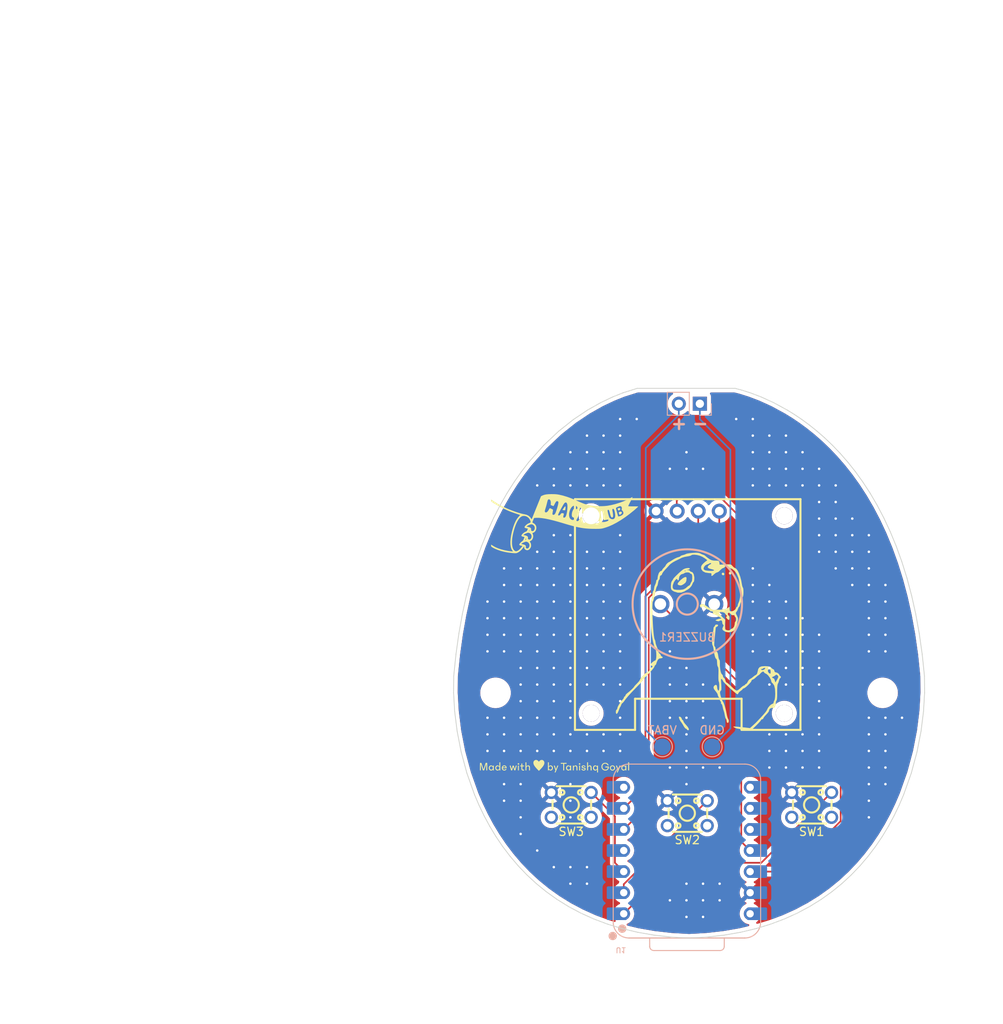
<source format=kicad_pcb>
(kicad_pcb (version 20241229) (generator "pcbnew") (generator_version "9.0")
  (layers (0 "F.Cu" signal) (2 "B.Cu" signal) (13 "F.Paste" user) (15 "B.Paste" user) (5 "F.SilkS" user "F.Silkscreen") (7 "B.SilkS" user "B.Silkscreen") (1 "F.Mask" user) (3 "B.Mask" user) (25 "Edge.Cuts" user))
  (net 0 "")
  (net 1 "GND")
  (net 2 "Net-(BUZZER1-+)")
  (net 4 "Net-(U1-GPIO23{slash}D5{slash}SCL)")
  (net 7 "Net-(U1-GPIO22{slash}D4{slash}SDA)")
  (net 8 "Net-(U1-GPIO0{slash}A0{slash}D0)")
  (net 10 "+3V3")
  (net 11 "Net-(U1-GPIO2{slash}A2{slash}D2)")
  (net 12 "Net-(U1-GPIO1{slash}A1{slash}D1)")
  (net 14 "+5V")
  (net 15 "Net-(BT1--)")
  (net 16 "Net-(BT1-+)")
  (footprint "MountingHole:MountingHole_3.2mm_M3" (layer "F.Cu") (at 106.462124 83.19785)
    (property "Reference" "REF**" (hide yes))
    (property "Value" "MountingHole_3.2mm_M3")
    (pad "" np_thru_hole circle (at 0 0) (size 3.2 3.2) (drill 3.2) (layers "*.Cu" "*.Mask"))
  )
  (footprint "LOGO" (layer "F.Cu") (at 84.9 74.7)
    (property "Reference" "G***" (hide yes))
    (property "Value" "LOGO" (hide yes))
  )
  (footprint "MountingHole:MountingHole_3.2mm_M3" (layer "F.Cu") (at 59.771273 83.19785)
    (property "Reference" "REF**" (hide yes))
    (property "Value" "MountingHole_3.2mm_M3")
    (pad "" np_thru_hole circle (at 0 0) (size 3.2 3.2) (drill 3.2) (layers "*.Cu" "*.Mask"))
  )
  (footprint "EASYEDA2KICAD:SW-TH_4P-L4.5-W4.5-P3.00-LS4.8" (layer "F.Cu") (at 97.9 96.7)
    (property "Reference" "SW1" (at 0 3.23 0) (layer "F.SilkS"))
    (property "Value" "SW_Push")
    (pad "1" thru_hole circle (at -2.4 -1.5) (size 1.6 1.6) (drill 0.999998) (layers "*.Cu" "*.Mask") (net 1 "GND"))
    (pad "2" thru_hole circle (at 2.4 -1.5) (size 1.6 1.6) (drill 0.999998) (layers "*.Cu" "*.Mask") (net 8 "Net-(U1-GPIO0{slash}A0{slash}D0)"))
    (pad "3" thru_hole circle (at -2.4 1.5) (size 1.6 1.6) (drill 0.999998) (layers "*.Cu" "*.Mask"))
    (pad "4" thru_hole circle (at 2.4 1.5) (size 1.6 1.6) (drill 0.999998) (layers "*.Cu" "*.Mask"))
  )
  (footprint "EASYEDA2KICAD:SW-TH_4P-L4.5-W4.5-P3.00-LS4.8" (layer "F.Cu") (at 82.9 97.7)
    (property "Reference" "SW2" (at 0 3.22 0) (layer "F.SilkS"))
    (property "Value" "SW_Push")
    (pad "1" thru_hole circle (at -2.4 -1.5) (size 1.6 1.6) (drill 0.999998) (layers "*.Cu" "*.Mask") (net 1 "GND"))
    (pad "2" thru_hole circle (at 2.4 -1.5) (size 1.6 1.6) (drill 0.999998) (layers "*.Cu" "*.Mask") (net 12 "Net-(U1-GPIO1{slash}A1{slash}D1)"))
    (pad "3" thru_hole circle (at -2.4 1.5) (size 1.6 1.6) (drill 0.999998) (layers "*.Cu" "*.Mask"))
    (pad "4" thru_hole circle (at 2.4 1.5) (size 1.6 1.6) (drill 0.999998) (layers "*.Cu" "*.Mask"))
  )
  (footprint "LOGO" (layer "F.Cu") (at 66.9 91.9)
    (property "Reference" "G***" (hide yes))
    (property "Value" "LOGO" (hide yes))
  )
  (footprint "EASYEDA2KICAD:SW-TH_4P-L4.5-W4.5-P3.00-LS4.8" (layer "F.Cu") (at 68.9 96.7)
    (property "Reference" "SW3" (at 0 3.23 0) (layer "F.SilkS"))
    (property "Value" "SW_Push")
    (pad "1" thru_hole circle (at -2.4 -1.5) (size 1.6 1.6) (drill 0.999998) (layers "*.Cu" "*.Mask") (net 1 "GND"))
    (pad "2" thru_hole circle (at 2.4 -1.5) (size 1.6 1.6) (drill 0.999998) (layers "*.Cu" "*.Mask") (net 11 "Net-(U1-GPIO2{slash}A2{slash}D2)"))
    (pad "3" thru_hole circle (at -2.4 1.5) (size 1.6 1.6) (drill 0.999998) (layers "*.Cu" "*.Mask"))
    (pad "4" thru_hole circle (at 2.4 1.5) (size 1.6 1.6) (drill 0.999998) (layers "*.Cu" "*.Mask"))
  )
  (footprint "EASYEDA2KICAD:OLED-TH_L27.8-W27.2-P2.54_C9900033791" (layer "F.Cu") (at 82.95 61.3)
    (property "Reference" "U2" (hide yes))
    (property "Value" "HS96L03W2C03")
    (pad "" thru_hole circle (at -11.65 0.56) (size 2.03 2.03) (drill 2.03) (layers "*.Cu" "*.Mask"))
    (pad "" thru_hole circle (at -11.65 24.36) (size 2.03 2.03) (drill 2.03) (layers "*.Cu" "*.Mask"))
    (pad "" thru_hole circle (at 11.65 0.56) (size 2.03 2.03) (drill 2.03) (layers "*.Cu" "*.Mask"))
    (pad "" thru_hole circle (at 11.65 24.36) (size 2.03 2.03) (drill 2.03) (layers "*.Cu" "*.Mask"))
    (pad "1" thru_hole circle (at -3.81 0) (size 1.8 1.8) (drill 1.049985) (layers "*.Cu" "*.Mask") (net 1 "GND"))
    (pad "2" thru_hole circle (at -1.27 0) (size 1.8 1.8) (drill 1.049985) (layers "*.Cu" "*.Mask") (net 10 "+3V3"))
    (pad "3" thru_hole circle (at 1.27 0) (size 1.8 1.8) (drill 1.049985) (layers "*.Cu" "*.Mask") (net 4 "Net-(U1-GPIO23{slash}D5{slash}SCL)"))
    (pad "4" thru_hole circle (at 3.81 0) (size 1.8 1.8) (drill 1.049985) (layers "*.Cu" "*.Mask") (net 7 "Net-(U1-GPIO22{slash}D4{slash}SDA)"))
  )
  (footprint "LOGO" (layer "F.Cu") (at 68.125875 62.772324)
    (property "Reference" "G***" (hide yes))
    (property "Value" "LOGO" (hide yes))
  )
  (footprint "Connector_PinHeader_2.54mm:PinHeader_1x02_P2.54mm_Vertical" (layer "B.Cu") (at 84.415 48.36 90)
    (property "Reference" "BT1" (hide yes))
    (property "Value" "Battery_Cell")
    (pad "1" thru_hole rect (at 0 0 90) (size 1.7 1.7) (drill 1) (layers "*.Cu" "*.Mask") (net 16 "Net-(BT1-+)"))
    (pad "2" thru_hole circle (at 0 -2.54 90) (size 1.7 1.7) (drill 1) (layers "*.Cu" "*.Mask") (net 15 "Net-(BT1--)"))
  )
  (footprint "EASYEDA2KICAD:BUZ-TH_BD12.5-P6.50-D1.4" (layer "B.Cu") (at 82.9 72.5)
    (property "Reference" "BUZZER1" (at 0 4 0) (layer "B.SilkS") (effects (justify mirror)))
    (property "Value" "1207-P6.5MM")
    (pad "1" thru_hole circle (at -3.25 0) (size 2.2 2.2) (drill 1.399997) (layers "*.Cu" "*.Mask") (net 2 "Net-(BUZZER1-+)"))
    (pad "2" thru_hole circle (at 3.25 0) (size 2.2 2.2) (drill 1.399997) (layers "*.Cu" "*.Mask") (net 1 "GND"))
  )
  (footprint "TestPoint:TestPoint_Pad_D2.0mm" (layer "B.Cu") (at 79.9 89.7 180)
    (property "Reference" "VBAT" (at 0 1.998 0) (layer "B.SilkS") (effects (justify mirror)))
    (property "Value" "GND-SMD")
    (pad "1" smd circle (at 0 0 180) (size 2 2) (layers "B.Cu" "B.Mask") (net 15 "Net-(BT1--)"))
  )
  (footprint "TestPoint:TestPoint_Pad_D2.0mm" (layer "B.Cu") (at 85.9 89.7 180)
    (property "Reference" "GND" (at 0 1.998 0) (layer "B.SilkS") (effects (justify mirror)))
    (property "Value" "VBAT-SMD")
    (pad "1" smd circle (at 0 0 180) (size 2 2) (layers "B.Cu" "B.Mask") (net 16 "Net-(BT1-+)"))
  )
  (footprint "OPL:XIAO-ESP32C6-DIP" (layer "B.Cu") (at 82.9 102.2)
    (property "Reference" "U1" (at -8 12 180) (layer "B.SilkS") (effects (font (size 0.635 0.635) (thickness 0.1016)) (justify mirror)))
    (property "Value" "XIAO-ESP32-C6")
    (pad "1" smd roundrect (at -8.5 7.62 180) (size 2.432 1.524) (layers "B.Cu" "B.Mask") (roundrect_rratio 0.1) (net 8 "Net-(U1-GPIO0{slash}A0{slash}D0)"))
    (pad "1" thru_hole circle (at -7.665 7.62 180) (size 1.524 1.524) (drill 0.889) (layers "*.Cu" "*.Mask") (net 8 "Net-(U1-GPIO0{slash}A0{slash}D0)"))
    (pad "2" smd roundrect (at -8.5 5.08 180) (size 2.432 1.524) (layers "B.Cu" "B.Mask") (roundrect_rratio 0.1) (net 12 "Net-(U1-GPIO1{slash}A1{slash}D1)"))
    (pad "2" thru_hole circle (at -7.665 5.08 180) (size 1.524 1.524) (drill 0.889) (layers "*.Cu" "*.Mask") (net 12 "Net-(U1-GPIO1{slash}A1{slash}D1)"))
    (pad "3" smd roundrect (at -8.5 2.54 180) (size 2.432 1.524) (layers "B.Cu" "B.Mask") (roundrect_rratio 0.1) (net 11 "Net-(U1-GPIO2{slash}A2{slash}D2)"))
    (pad "3" thru_hole circle (at -7.665 2.54 180) (size 1.524 1.524) (drill 0.889) (layers "*.Cu" "*.Mask") (net 11 "Net-(U1-GPIO2{slash}A2{slash}D2)"))
    (pad "4" smd roundrect (at -8.5 0 180) (size 2.432 1.524) (layers "B.Cu" "B.Mask") (roundrect_rratio 0.1))
    (pad "4" thru_hole circle (at -7.665 0 180) (size 1.524 1.524) (drill 0.889) (layers "*.Cu" "*.Mask"))
    (pad "5" smd roundrect (at -8.5 -2.54 180) (size 2.432 1.524) (layers "B.Cu" "B.Mask") (roundrect_rratio 0.1) (net 7 "Net-(U1-GPIO22{slash}D4{slash}SDA)"))
    (pad "5" thru_hole circle (at -7.665 -2.54 180) (size 1.524 1.524) (drill 0.889) (layers "*.Cu" "*.Mask") (net 7 "Net-(U1-GPIO22{slash}D4{slash}SDA)"))
    (pad "6" smd roundrect (at -8.5 -5.08 180) (size 2.432 1.524) (layers "B.Cu" "B.Mask") (roundrect_rratio 0.1) (net 4 "Net-(U1-GPIO23{slash}D5{slash}SCL)"))
    (pad "6" thru_hole circle (at -7.665 -5.08 180) (size 1.524 1.524) (drill 0.889) (layers "*.Cu" "*.Mask") (net 4 "Net-(U1-GPIO23{slash}D5{slash}SCL)"))
    (pad "7" smd roundrect (at -8.5 -7.62 180) (size 2.432 1.524) (layers "B.Cu" "B.Mask") (roundrect_rratio 0.1))
    (pad "7" thru_hole circle (at -7.665 -7.62 180) (size 1.524 1.524) (drill 0.889) (layers "*.Cu" "*.Mask"))
    (pad "8" thru_hole circle (at 7.575 -7.62) (size 1.524 1.524) (drill 0.889) (layers "*.Cu" "*.Mask"))
    (pad "8" smd roundrect (at 8.41 -7.62) (size 2.432 1.524) (layers "B.Cu" "B.Mask") (roundrect_rratio 0.1))
    (pad "9" thru_hole circle (at 7.575 -5.08) (size 1.524 1.524) (drill 0.889) (layers "*.Cu" "*.Mask"))
    (pad "9" smd roundrect (at 8.41 -5.08) (size 2.432 1.524) (layers "B.Cu" "B.Mask") (roundrect_rratio 0.1))
    (pad "10" thru_hole circle (at 7.575 -2.54) (size 1.524 1.524) (drill 0.889) (layers "*.Cu" "*.Mask"))
    (pad "10" smd roundrect (at 8.41 -2.54) (size 2.432 1.524) (layers "B.Cu" "B.Mask") (roundrect_rratio 0.1))
    (pad "11" thru_hole circle (at 7.575 0) (size 1.524 1.524) (drill 0.889) (layers "*.Cu" "*.Mask") (net 2 "Net-(BUZZER1-+)"))
    (pad "11" smd roundrect (at 8.41 0) (size 2.432 1.524) (layers "B.Cu" "B.Mask") (roundrect_rratio 0.1) (net 2 "Net-(BUZZER1-+)"))
    (pad "12" thru_hole circle (at 7.575 2.54) (size 1.524 1.524) (drill 0.889) (layers "*.Cu" "*.Mask") (net 10 "+3V3"))
    (pad "12" smd roundrect (at 8.41 2.54) (size 2.432 1.524) (layers "B.Cu" "B.Mask") (roundrect_rratio 0.1) (net 10 "+3V3"))
    (pad "13" thru_hole circle (at 7.575 5.08) (size 1.524 1.524) (drill 0.889) (layers "*.Cu" "*.Mask") (net 1 "GND"))
    (pad "13" smd roundrect (at 8.41 5.08) (size 2.432 1.524) (layers "B.Cu" "B.Mask") (roundrect_rratio 0.1) (net 1 "GND"))
    (pad "14" thru_hole circle (at 7.575 7.62) (size 1.524 1.524) (drill 0.889) (layers "*.Cu" "*.Mask") (net 14 "+5V"))
    (pad "14" smd roundrect (at 8.41 7.62) (size 2.432 1.524) (layers "B.Cu" "B.Mask") (roundrect_rratio 0.1) (net 14 "+5V"))
  )
  (gr_line (start 107.371779 63.756313) (end 108.097055 65.511466) (stroke (width 0.1) (color 255 255 255 1)) (layer "Edge.Cuts"))
  (gr_line (start 111.523247 83.19785) (end 111.392775 85.429382) (stroke (width 0.1) (color 255 255 255 1)) (layer "Edge.Cuts"))
  (gr_line (start 100.419433 53.372789) (end 101.351924 54.347835) (stroke (width 0.1) (color 255 255 255 1)) (layer "Edge.Cuts"))
  (gr_line (start 57.783209 96.749972) (end 57.233522 95.462811) (stroke (width 0.1) (color 255 255 255 1)) (layer "Edge.Cuts"))
  (gr_line (start 103.188435 56.557167) (end 104.08209 57.798464) (stroke (width 0.1) (color 255 255 255 1)) (layer "Edge.Cuts"))
  (gr_line (start 76.846071 46.505201) (end 88.672945 46.505185) (stroke (width 0.1) (color 255 255 255 1)) (layer "Edge.Cuts"))
  (gr_line (start 109.394752 69.365139) (end 109.956809 71.470668) (stroke (width 0.1) (color 255 255 255 1)) (layer "Edge.Cuts"))
  (gr_line (start 72.462604 48.220646) (end 73.895065 47.539698) (stroke (width 0.1) (color 255 255 255 1)) (layer "Edge.Cuts"))
  (gr_line (start 99.484362 52.479484) (end 100.419433 53.372789) (stroke (width 0.1) (color 255 255 255 1)) (layer "Edge.Cuts"))
  (gr_line (start 60.644067 101.731371) (end 59.824678 100.522209) (stroke (width 0.1) (color 255 255 255 1)) (layer "Edge.Cuts"))
  (gr_line (start 102.680442 105.136388) (end 101.55248 106.178736) (stroke (width 0.1) (color 255 255 255 1)) (layer "Edge.Cuts"))
  (gr_line (start 108.99987 95.462811) (end 108.450182 96.749972) (stroke (width 0.1) (color 255 255 255 1)) (layer "Edge.Cuts"))
  (gr_line (start 69.169077 50.254967) (end 70.873687 49.116389) (stroke (width 0.1) (color 255 255 255 1)) (layer "Edge.Cuts"))
  (gr_line (start 58.084351 65.511468) (end 58.794642 63.756316) (stroke (width 0.1) (color 255 255 255 1)) (layer "Edge.Cuts"))
  (gr_line (start 96.715499 50.254956) (end 97.627213 50.924072) (stroke (width 0.1) (color 255 255 255 1)) (layer "Edge.Cuts"))
  (gr_line (start 60.337368 60.57185) (end 61.159613 59.135526) (stroke (width 0.1) (color 255 255 255 1)) (layer "Edge.Cuts"))
  (gr_line (start 76.904477 112.050343) (end 75.042758 111.608064) (stroke (width 0.1) (color 255 255 255 1)) (layer "Edge.Cuts"))
  (gr_line (start 111.233615 78.544092) (end 111.505488 81.165863) (stroke (width 0.1) (color 255 255 255 1)) (layer "Edge.Cuts"))
  (gr_line (start 75.042758 111.608064) (end 73.281261 111.071349) (stroke (width 0.1) (color 255 255 255 1)) (layer "Edge.Cuts"))
  (gr_line (start 101.55248 106.178736) (end 100.341301 107.165503) (stroke (width 0.1) (color 255 255 255 1)) (layer "Edge.Cuts"))
  (gr_line (start 111.094637 87.816051) (end 110.609397 90.31345) (stroke (width 0.1) (color 255 255 255 1)) (layer "Edge.Cuts"))
  (gr_line (start 109.91762 92.877173) (end 108.99987 95.462811) (stroke (width 0.1) (color 255 255 255 1)) (layer "Edge.Cuts"))
  (gr_line (start 106.408713 100.522209) (end 105.589323 101.731371) (stroke (width 0.1) (color 255 255 255 1)) (layer "Edge.Cuts"))
  (gr_line (start 100.341301 107.165503) (end 99.044476 108.091139) (stroke (width 0.1) (color 255 255 255 1)) (layer "Edge.Cuts"))
  (gr_line (start 107.836713 98.025959) (end 107.157033 99.285222) (stroke (width 0.1) (color 255 255 255 1)) (layer "Edge.Cuts"))
  (gr_line (start 94.61583 110.445748) (end 92.952127 111.071349) (stroke (width 0.1) (color 255 255 255 1)) (layer "Edge.Cuts"))
  (gr_line (start 55.769231 73.700001) (end 56.258913 71.470669) (stroke (width 0.1) (color 255 255 255 1)) (layer "Edge.Cuts"))
  (gr_line (start 55.347439 76.05664) (end 55.769231 73.700001) (stroke (width 0.1) (color 255 255 255 1)) (layer "Edge.Cuts"))
  (gr_line (start 57.421569 67.379908) (end 58.084351 65.511468) (stroke (width 0.1) (color 255 255 255 1)) (layer "Edge.Cuts"))
  (gr_line (start 97.659575 108.950092) (end 96.18417 109.736812) (stroke (width 0.1) (color 255 255 255 1)) (layer "Edge.Cuts"))
  (gr_line (start 108.450182 96.749972) (end 107.836713 98.025959) (stroke (width 0.1) (color 255 255 255 1)) (layer "Edge.Cuts"))
  (gr_line (start 54.72791 81.165863) (end 54.998634 78.544092) (stroke (width 0.1) (color 255 255 255 1)) (layer "Edge.Cuts"))
  (gr_line (start 102.276652 55.408126) (end 103.188435 56.557167) (stroke (width 0.1) (color 255 255 255 1)) (layer "Edge.Cuts"))
  (gr_line (start 70.873687 49.116389) (end 72.462604 48.220646) (stroke (width 0.1) (color 255 255 255 1)) (layer "Edge.Cuts"))
  (gr_line (start 106.602462 62.110941) (end 107.371779 63.756313) (stroke (width 0.1) (color 255 255 255 1)) (layer "Edge.Cuts"))
  (gr_line (start 111.505488 81.165863) (end 111.523247 83.19785) (stroke (width 0.1) (color 255 255 255 1)) (layer "Edge.Cuts"))
  (gr_line (start 90.510564 47.045486) (end 91.807777 47.539683) (stroke (width 0.1) (color 255 255 255 1)) (layer "Edge.Cuts"))
  (gr_line (start 55.138758 87.816051) (end 54.840621 85.429382) (stroke (width 0.1) (color 255 255 255 1)) (layer "Edge.Cuts"))
  (gr_line (start 55.623997 90.31345) (end 55.138758 87.816051) (stroke (width 0.1) (color 255 255 255 1)) (layer "Edge.Cuts"))
  (gr_line (start 54.71015 83.19785) (end 54.72791 81.165863) (stroke (width 0.1) (color 255 255 255 1)) (layer "Edge.Cuts"))
  (gr_line (start 96.18417 109.736812) (end 94.61583 110.445748) (stroke (width 0.1) (color 255 255 255 1)) (layer "Edge.Cuts"))
  (gr_line (start 87.364541 112.392633) (end 85.295088 112.629386) (stroke (width 0.1) (color 255 255 255 1)) (layer "Edge.Cuts"))
  (gr_line (start 56.811391 69.36514) (end 57.421569 67.379908) (stroke (width 0.1) (color 255 255 255 1)) (layer "Edge.Cuts"))
  (gr_line (start 62.505772 104.044011) (end 61.536955 102.907155) (stroke (width 0.1) (color 255 255 255 1)) (layer "Edge.Cuts"))
  (gr_line (start 101.351924 54.347835) (end 102.276652 55.408126) (stroke (width 0.1) (color 255 255 255 1)) (layer "Edge.Cuts"))
  (gr_line (start 71.617558 110.445748) (end 70.049218 109.736812) (stroke (width 0.1) (color 255 255 255 1)) (layer "Edge.Cuts"))
  (gr_line (start 110.881423 76.05664) (end 111.233615 78.544092) (stroke (width 0.1) (color 255 255 255 1)) (layer "Edge.Cuts"))
  (gr_line (start 85.295088 112.629386) (end 83.118125 112.755049) (stroke (width 0.1) (color 255 255 255 1)) (layer "Edge.Cuts"))
  (gr_line (start 56.258913 71.470669) (end 56.811391 69.36514) (stroke (width 0.1) (color 255 255 255 1)) (layer "Edge.Cuts"))
  (gr_line (start 110.609397 90.31345) (end 109.91762 92.877173) (stroke (width 0.1) (color 255 255 255 1)) (layer "Edge.Cuts"))
  (gr_line (start 111.392775 85.429382) (end 111.094637 87.816051) (stroke (width 0.1) (color 255 255 255 1)) (layer "Edge.Cuts"))
  (gr_line (start 61.159613 59.135526) (end 62.008985 57.798469) (stroke (width 0.1) (color 255 255 255 1)) (layer "Edge.Cuts"))
  (gr_line (start 105.794286 60.571846) (end 106.602462 62.110941) (stroke (width 0.1) (color 255 255 255 1)) (layer "Edge.Cuts"))
  (gr_line (start 73.895065 47.539698) (end 75.130306 47.045502) (stroke (width 0.1) (color 255 255 255 1)) (layer "Edge.Cuts"))
  (gr_line (start 94.951706 49.116376) (end 95.821936 49.653559) (stroke (width 0.1) (color 255 255 255 1)) (layer "Edge.Cuts"))
  (gr_line (start 75.130306 47.045502) (end 76.846071 46.505201) (stroke (width 0.1) (color 255 255 255 1)) (layer "Edge.Cuts"))
  (gr_line (start 83.118125 112.755049) (end 83.115264 112.755049) (stroke (width 0.1)) (layer "Edge.Cuts"))
  (gr_line (start 104.08209 57.798464) (end 104.952435 59.135522) (stroke (width 0.1) (color 255 255 255 1)) (layer "Edge.Cuts"))
  (gr_line (start 91.190631 111.608064) (end 89.328912 112.050343) (stroke (width 0.1) (color 255 255 255 1)) (layer "Edge.Cuts"))
  (gr_line (start 103.727617 104.044011) (end 102.680442 105.136388) (stroke (width 0.1) (color 255 255 255 1)) (layer "Edge.Cuts"))
  (gr_line (start 89.328912 112.050343) (end 87.364541 112.392633) (stroke (width 0.1) (color 255 255 255 1)) (layer "Edge.Cuts"))
  (gr_line (start 59.076358 99.285222) (end 58.396678 98.025959) (stroke (width 0.1) (color 255 255 255 1)) (layer "Edge.Cuts"))
  (gr_line (start 108.097055 65.511466) (end 108.773107 67.379907) (stroke (width 0.1) (color 255 255 255 1)) (layer "Edge.Cuts"))
  (gr_line (start 73.281261 111.071349) (end 71.617558 110.445748) (stroke (width 0.1) (color 255 255 255 1)) (layer "Edge.Cuts"))
  (gr_line (start 104.952435 59.135522) (end 105.794286 60.571846) (stroke (width 0.1) (color 255 255 255 1)) (layer "Edge.Cuts"))
  (gr_line (start 91.807777 47.539683) (end 93.301979 48.220633) (stroke (width 0.1) (color 255 255 255 1)) (layer "Edge.Cuts"))
  (gr_line (start 110.454093 73.7) (end 110.881423 76.05664) (stroke (width 0.1) (color 255 255 255 1)) (layer "Edge.Cuts"))
  (gr_line (start 65.575834 53.372797) (end 67.389538 51.664423) (stroke (width 0.1) (color 255 255 255 1)) (layer "Edge.Cuts"))
  (gr_line (start 98.551895 51.664413) (end 99.484362 52.479484) (stroke (width 0.1) (color 255 255 255 1)) (layer "Edge.Cuts"))
  (gr_line (start 59.547346 62.110944) (end 60.337368 60.57185) (stroke (width 0.1) (color 255 255 255 1)) (layer "Edge.Cuts"))
  (gr_line (start 83.115264 112.755049) (end 80.938301 112.629386) (stroke (width 0.1) (color 255 255 255 1)) (layer "Edge.Cuts"))
  (gr_line (start 57.233522 95.462811) (end 56.315773 92.877173) (stroke (width 0.1) (color 255 255 255 1)) (layer "Edge.Cuts"))
  (gr_line (start 63.552947 105.136388) (end 62.505772 104.044011) (stroke (width 0.1) (color 255 255 255 1)) (layer "Edge.Cuts"))
  (gr_line (start 109.956809 71.470668) (end 110.454093 73.7) (stroke (width 0.1) (color 255 255 255 1)) (layer "Edge.Cuts"))
  (gr_line (start 58.794642 63.756316) (end 59.547346 62.110944) (stroke (width 0.1) (color 255 255 255 1)) (layer "Edge.Cuts"))
  (gr_line (start 78.868848 112.392633) (end 76.904477 112.050343) (stroke (width 0.1) (color 255 255 255 1)) (layer "Edge.Cuts"))
  (gr_line (start 62.008985 57.798469) (end 62.880389 56.557173) (stroke (width 0.1) (color 255 255 255 1)) (layer "Edge.Cuts"))
  (gr_line (start 97.627213 50.924072) (end 98.551895 51.664413) (stroke (width 0.1) (color 255 255 255 1)) (layer "Edge.Cuts"))
  (gr_line (start 62.880389 56.557173) (end 63.768728 55.408132) (stroke (width 0.1) (color 255 255 255 1)) (layer "Edge.Cuts"))
  (gr_line (start 93.301979 48.220633) (end 94.951706 49.116376) (stroke (width 0.1) (color 255 255 255 1)) (layer "Edge.Cuts"))
  (gr_line (start 88.672945 46.505185) (end 89.451799 46.710001) (stroke (width 0.1) (color 255 255 255 1)) (layer "Edge.Cuts"))
  (gr_line (start 59.824678 100.522209) (end 59.076358 99.285222) (stroke (width 0.1) (color 255 255 255 1)) (layer "Edge.Cuts"))
  (gr_line (start 99.044476 108.091139) (end 97.659575 108.950092) (stroke (width 0.1) (color 255 255 255 1)) (layer "Edge.Cuts"))
  (gr_line (start 56.315773 92.877173) (end 55.623997 90.31345) (stroke (width 0.1) (color 255 255 255 1)) (layer "Edge.Cuts"))
  (gr_line (start 80.938301 112.629386) (end 78.868848 112.392633) (stroke (width 0.1) (color 255 255 255 1)) (layer "Edge.Cuts"))
  (gr_line (start 67.389538 51.664423) (end 69.169077 50.254967) (stroke (width 0.1) (color 255 255 255 1)) (layer "Edge.Cuts"))
  (gr_line (start 105.589323 101.731371) (end 104.696434 102.907155) (stroke (width 0.1) (color 255 255 255 1)) (layer "Edge.Cuts"))
  (gr_line (start 70.049218 109.736812) (end 68.573813 108.950092) (stroke (width 0.1) (color 255 255 255 1)) (layer "Edge.Cuts"))
  (gr_line (start 107.157033 99.285222) (end 106.408713 100.522209) (stroke (width 0.1) (color 255 255 255 1)) (layer "Edge.Cuts"))
  (gr_line (start 54.998634 78.544092) (end 55.347439 76.05664) (stroke (width 0.1) (color 255 255 255 1)) (layer "Edge.Cuts"))
  (gr_line (start 92.952127 111.071349) (end 91.190631 111.608064) (stroke (width 0.1) (color 255 255 255 1)) (layer "Edge.Cuts"))
  (gr_line (start 104.696434 102.907155) (end 103.727617 104.044011) (stroke (width 0.1) (color 255 255 255 1)) (layer "Edge.Cuts"))
  (gr_line (start 89.451799 46.710001) (end 90.510564 47.045486) (stroke (width 0.1) (color 255 255 255 1)) (layer "Edge.Cuts"))
  (gr_line (start 68.573813 108.950092) (end 67.188913 108.091139) (stroke (width 0.1) (color 255 255 255 1)) (layer "Edge.Cuts"))
  (gr_line (start 61.536955 102.907155) (end 60.644067 101.731371) (stroke (width 0.1) (color 255 255 255 1)) (layer "Edge.Cuts"))
  (gr_line (start 65.892088 107.165503) (end 64.680909 106.178736) (stroke (width 0.1) (color 255 255 255 1)) (layer "Edge.Cuts"))
  (gr_line (start 64.680909 106.178736) (end 63.552947 105.136388) (stroke (width 0.1) (color 255 255 255 1)) (layer "Edge.Cuts"))
  (gr_line (start 67.188913 108.091139) (end 65.892088 107.165503) (stroke (width 0.1) (color 255 255 255 1)) (layer "Edge.Cuts"))
  (gr_line (start 108.773107 67.379907) (end 109.394752 69.365139) (stroke (width 0.1) (color 255 255 255 1)) (layer "Edge.Cuts"))
  (gr_line (start 54.840621 85.429382) (end 54.71015 83.19785) (stroke (width 0.1) (color 255 255 255 1)) (layer "Edge.Cuts"))
  (gr_line (start 95.821936 49.653559) (end 96.715499 50.254956) (stroke (width 0.1) (color 255 255 255 1)) (layer "Edge.Cuts"))
  (gr_line (start 63.768728 55.408132) (end 65.575834 53.372797) (stroke (width 0.1) (color 255 255 255 1)) (layer "Edge.Cuts"))
  (gr_line (start 58.396678 98.025959) (end 57.783209 96.749972) (stroke (width 0.1) (color 255 255 255 1)) (layer "Edge.Cuts"))
  (gr_text "-" (at 83.34 51.58 0) (layer "B.SilkS") (effects (font (size 1.5 1.5) (thickness 0.3) (bold yes)) (justify left bottom)))
  (gr_text "+\n" (at 80.78 51.59 0) (layer "B.SilkS") (effects (font (size 1.5 1.5) (thickness 0.3) (bold yes)) (justify left bottom)))
  (via (at 68.8 80.2) (size 0.8) (drill 0.3) (layers "F.Cu" "B.Cu") (net 1))
  (via (at 72.8 90.2) (size 0.8) (drill 0.3) (layers "F.Cu" "B.Cu") (net 1))
  (via (at 70.8 68.2) (size 0.8) (drill 0.3) (layers "F.Cu" "B.Cu") (net 1))
  (via (at 68.8 86.2) (size 0.8) (drill 0.3) (layers "F.Cu" "B.Cu") (net 1))
  (via (at 64.8 58.2) (size 0.8) (drill 0.3) (layers "F.Cu" "B.Cu") (net 1))
  (via (at 94.8 80.2) (size 0.8) (drill 0.3) (layers "F.Cu" "B.Cu") (net 1))
  (via (at 96.8 88.2) (size 0.8) (drill 0.3) (layers "F.Cu" "B.Cu") (net 1))
  (via (at 84.8 86.2) (size 0.8) (drill 0.3) (layers "F.Cu" "B.Cu") (net 1))
  (via (at 64.8 86.2) (size 0.8) (drill 0.3) (layers "F.Cu" "B.Cu") (net 1))
  (via (at 104.8 88.2) (size 0.8) (drill 0.3) (layers "F.Cu" "B.Cu") (net 1))
  (via (at 72.8 82.2) (size 0.8) (drill 0.3) (layers "F.Cu" "B.Cu") (net 1))
  (via (at 68.8 58.2) (size 0.8) (drill 0.3) (layers "F.Cu" "B.Cu") (net 1))
  (via (at 62.8 90.2) (size 0.8) (drill 0.3) (layers "F.Cu" "B.Cu") (net 1))
  (via (at 74.8 78.2) (size 0.8) (drill 0.3) (layers "F.Cu" "B.Cu") (net 1))
  (via (at 92.8 58.2) (size 0.8) (drill 0.3) (layers "F.Cu" "B.Cu") (net 1))
  (via (at 70.8 80.2) (size 0.8) (drill 0.3) (layers "F.Cu" "B.Cu") (net 1))
  (via (at 66.8 84.2) (size 0.8) (drill 0.3) (layers "F.Cu" "B.Cu") (net 1))
  (via (at 98.8 86.2) (size 0.8) (drill 0.3) (layers "F.Cu" "B.Cu") (net 1))
  (via (at 90.8 74.2) (size 0.8) (drill 0.3) (layers "F.Cu" "B.Cu") (net 1))
  (via (at 74.8 90.2) (size 0.8) (drill 0.3) (layers "F.Cu" "B.Cu") (net 1))
  (via (at 64.8 80.2) (size 0.8) (drill 0.3) (layers "F.Cu" "B.Cu") (net 1))
  (via (at 68.8 104.2) (size 0.8) (drill 0.3) (layers "F.Cu" "B.Cu") (net 1))
  (via (at 94.8 78.2) (size 0.8) (drill 0.3) (layers "F.Cu" "B.Cu") (net 1))
  (via (at 96.8 56.2) (size 0.8) (drill 0.3) (layers "F.Cu" "B.Cu") (net 1))
  (via (at 82.8 108.2) (size 0.8) (drill 0.3) (layers "F.Cu" "B.Cu") (net 1))
  (via (at 106.8 90.2) (size 0.8) (drill 0.3) (layers "F.Cu" "B.Cu") (net 1))
  (via (at 82.8 56.2) (size 0.8) (drill 0.3) (layers "F.Cu" "B.Cu") (net 1))
  (via (at 80.8 78.2) (size 0.8) (drill 0.3) (layers "F.Cu" "B.Cu") (net 1))
  (via (at 80.8 56.2) (size 0.8) (drill 0.3) (layers "F.Cu" "B.Cu") (net 1))
  (via (at 106.8 78.2) (size 0.8) (drill 0.3) (layers "F.Cu" "B.Cu") (net 1))
  (via (at 66.8 88.2) (size 0.8) (drill 0.3) (layers "F.Cu" "B.Cu") (net 1))
  (via (at 106.8 76.2) (size 0.8) (drill 0.3) (layers "F.Cu" "B.Cu") (net 1))
  (via (at 70.8 74.2) (size 0.8) (drill 0.3) (layers "F.Cu" "B.Cu") (net 1))
  (via (at 96.8 90.2) (size 0.8) (drill 0.3) (layers "F.Cu" "B.Cu") (net 1))
  (via (at 84.8 92.2) (size 0.8) (drill 0.3) (layers "F.Cu" "B.Cu") (net 1))
  (via (at 70.8 56.2) (size 0.8) (drill 0.3) (layers "F.Cu" "B.Cu") (net 1))
  (via (at 106.8 74.2) (size 0.8) (drill 0.3) (layers "F.Cu" "B.Cu") (net 1))
  (via (at 82.8 90.2) (size 0.8) (drill 0.3) (layers "F.Cu" "B.Cu") (net 1))
  (via (at 104.8 92.2) (size 0.8) (drill 0.3) (layers "F.Cu" "B.Cu") (net 1))
  (via (at 104.8 96.2) (size 0.8) (drill 0.3) (layers "F.Cu" "B.Cu") (net 1))
  (via (at 64.8 102.2) (size 0.8) (drill 0.3) (layers "F.Cu" "B.Cu") (net 1))
  (via (at 74.8 54.2) (size 0.8) (drill 0.3) (layers "F.Cu" "B.Cu") (net 1))
  (via (at 62.8 82.2) (size 0.8) (drill 0.3) (layers "F.Cu" "B.Cu") (net 1))
  (via (at 68.8 74.2) (size 0.8) (drill 0.3) (layers "F.Cu" "B.Cu") (net 1))
  (via (at 70.8 104.2) (size 0.8) (drill 0.3) (layers "F.Cu" "B.Cu") (net 1))
  (via (at 92.8 82.2) (size 0.8) (drill 0.3) (layers "F.Cu" "B.Cu") (net 1))
  (via (at 92.8 54.2) (size 0.8) (drill 0.3) (layers "F.Cu" "B.Cu") (net 1))
  (via (at 68.8 94.2) (size 0.8) (drill 0.3) (layers "F.Cu" "B.Cu") (net 1))
  (via (at 102.8 62.2) (size 0.8) (drill 0.3) (layers "F.Cu" "B.Cu") (net 1))
  (via (at 66.8 58.2) (size 0.8) (drill 0.3) (layers "F.Cu" "B.Cu") (net 1))
  (via (at 106.8 88.2) (size 0.8) (drill 0.3) (layers "F.Cu" "B.Cu") (net 1))
  (via (at 82.8 86.2) (size 0.8) (drill 0.3) (layers "F.Cu" "B.Cu") (net 1))
  (via (at 64.8 70.2) (size 0.8) (drill 0.3) (layers "F.Cu" "B.Cu") (net 1))
  (via (at 72.8 88.2) (size 0.8) (drill 0.3) (layers "F.Cu" "B.Cu") (net 1))
  (via (at 74.8 84.2) (size 0.8) (drill 0.3) (layers "F.Cu" "B.Cu") (net 1))
  (via (at 74.8 56.2) (size 0.8) (drill 0.3) (layers "F.Cu" "B.Cu") (net 1))
  (via (at 84.8 108.2) (size 0.8) (drill 0.3) (layers "F.Cu" "B.Cu") (net 1))
  (via (at 98.8 66.2) (size 0.8) (drill 0.3) (layers "F.Cu" "B.Cu") (net 1))
  (via (at 98.8 82.2) (size 0.8) (drill 0.3) (layers "F.Cu" "B.Cu") (net 1))
  (via (at 98.8 76.2) (size 0.8) (drill 0.3) (layers "F.Cu" "B.Cu") (net 1))
  (via (at 100.8 64.2) (size 0.8) (drill 0.3) (layers "F.Cu" "B.Cu") (net 1))
  (via (at 62.8 100.2) (size 0.8) (drill 0.3) (layers "F.Cu" "B.Cu") (net 1))
  (via (at 66.8 68.2) (size 0.8) (drill 0.3) (layers "F.Cu" "B.Cu") (net 1))
  (via (at 68.8 96.2) (size 0.8) (drill 0.3) (layers "F.Cu" "B.Cu") (net 1))
  (via (at 92.8 76.2) (size 0.8) (drill 0.3) (layers "F.Cu" "B.Cu") (net 1))
  (via (at 92.8 80.2) (size 0.8) (drill 0.3) (layers "F.Cu" "B.Cu") (net 1))
  (via (at 72.8 54.2) (size 0.8) (drill 0.3) (layers "F.Cu" "B.Cu") (net 1))
  (via (at 74.8 58.2) (size 0.8) (drill 0.3) (layers "F.Cu" "B.Cu") (net 1))
  (via (at 102.8 68.2) (size 0.8) (drill 0.3) (layers "F.Cu" "B.Cu") (net 1))
  (via (at 58.8 90.2) (size 0.8) (drill 0.3) (layers "F.Cu" "B.Cu") (net 1))
  (via (at 74.8 68.2) (size 0.8) (drill 0.3) (layers "F.Cu" "B.Cu") (net 1))
  (via (at 74.8 52.2) (size 0.8) (drill 0.3) (layers "F.Cu" "B.Cu") (net 1))
  (via (at 66.8 86.2) (size 0.8) (drill 0.3) (layers "F.Cu" "B.Cu") (net 1))
  (via (at 94.8 82.2) (size 0.8) (drill 0.3) (layers "F.Cu" "B.Cu") (net 1))
  (via (at 68.8 84.2) (size 0.8) (drill 0.3) (layers "F.Cu" "B.Cu") (net 1))
  (via (at 70.8 70.2) (size 0.8) (drill 0.3) (layers "F.Cu" "B.Cu") (net 1))
  (via (at 86.8 92.2) (size 0.8) (drill 0.3) (layers "F.Cu" "B.Cu") (net 1))
  (via (at 64.8 76.2) (size 0.8) (drill 0.3) (layers "F.Cu" "B.Cu") (net 1))
  (via (at 104.8 72.2) (size 0.8) (drill 0.3) (layers "F.Cu" "B.Cu") (net 1))
  (via (at 100.8 62.2) (size 0.8) (drill 0.3) (layers "F.Cu" "B.Cu") (net 1))
  (via (at 82.8 92.2) (size 0.8) (drill 0.3) (layers "F.Cu" "B.Cu") (net 1))
  (via (at 74.8 82.2) (size 0.8) (drill 0.3) (layers "F.Cu" "B.Cu") (net 1))
  (via (at 98.8 56.2) (size 0.8) (drill 0.3) (layers "F.Cu" "B.Cu") (net 1))
  (via (at 62.8 80.2) (size 0.8) (drill 0.3) (layers "F.Cu" "B.Cu") (net 1))
  (via (at 94.8 90.2) (size 0.8) (drill 0.3) (layers "F.Cu" "B.Cu") (net 1))
  (via (at 74.8 66.2) (size 0.8) (drill 0.3) (layers "F.Cu" "B.Cu") (net 1))
  (via (at 60.8 78.2) (size 0.8) (drill 0.3) (layers "F.Cu" "B.Cu") (net 1))
  (via (at 106.8 92.2) (size 0.8) (drill 0.3) (layers "F.Cu" "B.Cu") (net 1))
  (via (at 60.8 90.2) (size 0.8) (drill 0.3) (layers "F.Cu" "B.Cu") (net 1))
  (via (at 96.8 92.2) (size 0.8) (drill 0.3) (layers "F.Cu" "B.Cu") (net 1))
  (via (at 72.8 52.2) (size 0.8) (drill 0.3) (layers "F.Cu" "B.Cu") (net 1))
  (via (at 66.8 66.2) (size 0.8) (drill 0.3) (layers "F.Cu" "B.Cu") (net 1))
  (via (at 92.8 70.2) (size 0.8) (drill 0.3) (layers "F.Cu" "B.Cu") (net 1))
  (via (at 96.8 78.2) (size 0.8) (drill 0.3) (layers "F.Cu" "B.Cu") (net 1))
  (via (at 72.8 68.2) (size 0.8) (drill 0.3) (layers "F.Cu" "B.Cu") (net 1))
  (via (at 104.8 86.2) (size 0.8) (drill 0.3) (layers "F.Cu" "B.Cu") (net 1))
  (via (at 96.8 80.2) (size 0.8) (drill 0.3) (layers "F.Cu" "B.Cu") (net 1))
  (via (at 74.8 70.2) (size 0.8) (drill 0.3) (layers "F.Cu" "B.Cu") (net 1))
  (via (at 94.8 92.2) (size 0.8) (drill 0.3) (layers "F.Cu" "B.Cu") (net 1))
  (via (at 70.8 88.2) (size 0.8) (drill 0.3) (layers "F.Cu" "B.Cu") (net 1))
  (via (at 104.8 64.2) (size 0.8) (drill 0.3) (layers "F.Cu" "B.Cu") (net 1))
  (via (at 96.8 76.2) (size 0.8) (drill 0.3) (layers "F.Cu" "B.Cu") (net 1))
  (via (at 66.8 76.2) (size 0.8) (drill 0.3) (layers "F.Cu" "B.Cu") (net 1))
  (via (at 68.8 90.2) (size 0.8) (drill 0.3) (layers "F.Cu" "B.Cu") (net 1))
  (via (at 102.8 66.2) (size 0.8) (drill 0.3) (layers "F.Cu" "B.Cu") (net 1))
  (via (at 82.8 80.2) (size 0.8) (drill 0.3) (layers "F.Cu" "B.Cu") (net 1))
  (via (at 60.8 76.2) (size 0.8) (drill 0.3) (layers "F.Cu" "B.Cu") (net 1))
  (via (at 100.8 68.2) (size 0.8) (drill 0.3) (layers "F.Cu" "B.Cu") (net 1))
  (via (at 90.8 72.2) (size 0.8) (drill 0.3) (layers "F.Cu" "B.Cu") (net 1))
  (via (at 98.8 62.2) (size 0.8) (drill 0.3) (layers "F.Cu" "B.Cu") (net 1))
  (via (at 72.8 76.2) (size 0.8) (drill 0.3) (layers "F.Cu" "B.Cu") (net 1))
  (via (at 70.8 66.2) (size 0.8) (drill 0.3) (layers "F.Cu" "B.Cu") (net 1))
  (via (at 68.8 98.2) (size 0.8) (drill 0.3) (layers "F.Cu" "B.Cu") (net 1))
  (via (at 104.8 78.2) (size 0.8) (drill 0.3) (layers "F.Cu" "B.Cu") (net 1))
  (via (at 82.8 82.2) (size 0.8) (drill 0.3) (layers "F.Cu" "B.Cu") (net 1))
  (via (at 68.8 78.2) (size 0.8) (drill 0.3) (layers "F.Cu" "B.Cu") (net 1))
  (via (at 70.8 52.2) (size 0.8) (drill 0.3) (layers "F.Cu" "B.Cu") (net 1))
  (via (at 72.8 74.2) (size 0.8) (drill 0.3) (layers "F.Cu" "B.Cu") (net 1))
  (via (at 106.8 70.2) (size 0.8) (drill 0.3) (layers "F.Cu" "B.Cu") (net 1))
  (via (at 88.8 50.2) (size 0.8) (drill 0.3) (layers "F.Cu" "B.Cu") (net 1))
  (via (at 82.8 54.2) (size 0.8) (drill 0.3) (layers "F.Cu" "B.Cu") (net 1))
  (via (at 74.8 86.2) (size 0.8) (drill 0.3) (layers "F.Cu" "B.Cu") (net 1))
  (via (at 64.8 90.2) (size 0.8) (drill 0.3) (layers "F.Cu" "B.Cu") (net 1))
  (via (at 68.8 88.2) (size 0.8) (drill 0.3) (layers "F.Cu" "B.Cu") (net 1))
  (via (at 60.8 74.2) (size 0.8) (drill 0.3) (layers "F.Cu" "B.Cu") (net 1))
  (via (at 62.8 98.2) (size 0.8) (drill 0.3) (layers "F.Cu" "B.Cu") (net 1))
  (via (at 66.8 78.2) (size 0.8) (drill 0.3) (layers "F.Cu" "B.Cu") (net 1))
  (via (at 92.8 88.2) (size 0.8) (drill 0.3) (layers "F.Cu" "B.Cu") (net 1))
  (via (at 64.8 74.2) (size 0.8) (drill 0.3) (layers "F.Cu" "B.Cu") (net 1))
  (via (at 60.8 72.2) (size 0.8) (drill 0.3) (layers "F.Cu" "B.Cu") (net 1))
  (via (at 58.8 78.2) (size 0.8) (drill 0.3) (layers "F.Cu" "B.Cu") (net 1))
  (via (at 62.8 70.2) (size 0.8) (drill 0.3) (layers "F.Cu" "B.Cu") (net 1))
  (via (at 70.8 76.2) (size 0.8) (drill 0.3) (layers "F.Cu" "B.Cu") (net 1))
  (via (at 106.8 72.2) (size 0.8) (drill 0.3) (layers "F.Cu" "B.Cu") (net 1))
  (via (at 72.8 66.2) (size 0.8) (drill 0.3) (layers "F.Cu" "B.Cu") (net 1))
  (via (at 92.8 52.2) (size 0.8) (drill 0.3) (layers "F.Cu" "B.Cu") (net 1))
  (via (at 82.8 88.2) (size 0.8) (drill 0.3) (layers "F.Cu" "B.Cu") (net 1))
  (via (at 58.8 72.2) (size 0.8) (drill 0.3) (layers "F.Cu" "B.Cu") (net 1))
  (via (at 62.8 78.2) (size 0.8) (drill 0.3) (layers "F.Cu" "B.Cu") (net 1))
  (via (at 68.8 68.2) (size 0.8) (drill 0.3) (layers "F.Cu" "B.Cu") (net 1))
  (via (at 68.8 72.2) (size 0.8) (drill 0.3) (layers "F.Cu" "B.Cu") (net 1))
  (via (at 102.8 70.2) (size 0.8) (drill 0.3) (layers "F.Cu" "B.Cu") (net 1))
  (via (at 70.8 58.2) (size 0.8) (drill 0.3) (layers "F.Cu" "B.Cu") (net 1))
  (via (at 66.8 70.2) (size 0.8) (drill 0.3) (layers "F.Cu" "B.Cu") (net 1))
  (via (at 86.8 108.2) (size 0.8) (drill 0.3) (layers "F.Cu" "B.Cu") (net 1))
  (via (at 98.8 78.2) (size 0.8) (drill 0.3) (layers "F.Cu" "B.Cu") (net 1))
  (via (at 62.8 88.2) (size 0.8) (drill 0.3) (layers "F.Cu" "B.Cu") (net 1))
  (via (at 104.8 90.2) (size 0.8) (drill 0.3) (layers "F.Cu" "B.Cu") (net 1))
  (via (at 72.8 56.2) (size 0.8) (drill 0.3) (layers "F.Cu" "B.Cu") (net 1))
  (via (at 74.8 88.2) (size 0.8) (drill 0.3) (layers "F.Cu" "B.Cu") (net 1))
  (via (at 98.8 92.2) (size 0.8) (drill 0.3) (layers "F.Cu" "B.Cu") (net 1))
  (via (at 66.8 56.2) (size 0.8) (drill 0.3) (layers "F.Cu" "B.Cu") (net 1))
  (via (at 70.8 90.2) (size 0.8) (drill 0.3) (layers "F.Cu" "B.Cu") (net 1))
  (via (at 108.8 86.2) (size 0.8) (drill 0.3) (layers "F.Cu" "B.Cu") (net 1))
  (via (at 104.8 66.2) (size 0.8) (drill 0.3) (layers "F.Cu" "B.Cu") (net 1))
  (via (at 76.8 50.2) (size 0.8) (drill 0.3) (layers "F.Cu" "B.Cu") (net 1))
  (via (at 80.8 80.2) (size 0.8) (drill 0.3) (layers "F.Cu" "B.Cu") (net 1))
  (via (at 62.8 72.2) (size 0.8) (drill 0.3) (layers "F.Cu" "B.Cu") (net 1))
  (via (at 58.8 74.2) (size 0.8) (drill 0.3) (layers "F.Cu" "B.Cu") (net 1))
  (via (at 94.8 74.2) (size 0.8) (drill 0.3) (layers "F.Cu" "B.Cu") (net 1))
  (via (at 96.8 74.2) (size 0.8) (drill 0.3) (layers "F.Cu" "B.Cu") (net 1))
  (via (at 98.8 90.2) (size 0.8) (drill 0.3) (layers "F.Cu" "B.Cu") (net 1))
  (via (at 106.8 86.2) (size 0.8) (drill 0.3) (layers "F.Cu" "B.Cu") (net 1))
  (via (at 80.8 84.2) (size 0.8) (drill 0.3) (layers "F.Cu" "B.Cu") (net 1))
  (via (at 90.8 50.2) (size 0.8) (drill 0.3) (layers "F.Cu" "B.Cu") (net 1))
  (via (at 60.8 96.2) (size 0.8) (drill 0.3) (layers "F.Cu" "B.Cu") (net 1))
  (via (at 92.8 90.2) (size 0.8) (drill 0.3) (layers "F.Cu" "B.Cu") (net 1))
  (via (at 104.8 70.2) (size 0.8) (drill 0.3) (layers "F.Cu" "B.Cu") (net 1))
  (via (at 72.8 70.2) (size 0.8) (drill 0.3) (layers "F.Cu" "B.Cu") (net 1))
  (via (at 64.8 88.2) (size 0.8) (drill 0.3) (layers "F.Cu" "B.Cu") (net 1))
  (via (at 98.8 58.2) (size 0.8) (drill 0.3) (layers "F.Cu" "B.Cu") (net 1))
  (via (at 104.8 74.2) (size 0.8) (drill 0.3) (layers "F.Cu" "B.Cu") (net 1))
  (via (at 94.8 54.2) (size 0.8) (drill 0.3) (layers "F.Cu" "B.Cu") (net 1))
  (via (at 100.8 58.2) (size 0.8) (drill 0.3) (layers "F.Cu" "B.Cu") (net 1))
  (via (at 68.8 70.2) (size 0.8) (drill 0.3) (layers "F.Cu" "B.Cu") (net 1))
  (via (at 94.8 76.2) (size 0.8) (drill 0.3) (layers "F.Cu" "B.Cu") (net 1))
  (via (at 90.8 54.2) (size 0.8) (drill 0.3) (layers "F.Cu" "B.Cu") (net 1))
  (via (at 62.8 86.2) (size 0.8) (drill 0.3) (layers "F.Cu" "B.Cu") (net 1))
  (via (at 64.8 84.2) (size 0.8) (drill 0.3) (layers "F.Cu" "B.Cu") (net 1))
  (via (at 80.8 86.2) (size 0.8) (drill 0.3) (layers "F.Cu" "B.Cu") (net 1))
  (via (at 66.8 72.2) (size 0.8) (drill 0.3) (layers "F.Cu" "B.Cu") (net 1))
  (via (at 82.8 84.2) (size 0.8) (drill 0.3) (layers "F.Cu" "B.Cu") (net 1))
  (via (at 74.8 50.2) (size 0.8) (drill 0.3) (layers "F.Cu" "B.Cu") (net 1))
  (via (at 82.8 94.2) (size 0.8) (drill 0.3) (layers "F.Cu" "B.Cu") (net 1))
  (via (at 64.8 68.2) (size 0.8) (drill 0.3) (layers "F.Cu" "B.Cu") (net 1))
  (via (at 66.8 74.2) (size 0.8) (drill 0.3) (layers "F.Cu" "B.Cu") (net 1))
  (via (at 66.8 64.2) (size 0.8) (drill 0.3) (layers "F.Cu" "B.Cu") (net 1))
  (via (at 84.8 56.2) (size 0.8) (drill 0.3) (layers "F.Cu" "B.Cu") (net 1))
  (via (at 84.8 110.2) (size 0.8) (drill 0.3) (layers "F.Cu" "B.Cu") (net 1))
  (via (at 74.8 80.2) (size 0.8) (drill 0.3) (layers "F.Cu" "B.Cu") (net 1))
  (via (at 80.8 82.2) (size 0.8) (drill 0.3) (layers "F.Cu" "B.Cu") (net 1))
  (via (at 62.8 96.2) (size 0.8) (drill 0.3) (layers "F.Cu" "B.Cu") (net 1))
  (via (at 96.8 82.2) (size 0.8) (drill 0.3) (layers "F.Cu" "B.Cu") (net 1))
  (via (at 90.8 52.2) (size 0.8) (drill 0.3) (layers "F.Cu" "B.Cu") (net 1))
  (via (at 68.8 66.2) (size 0.8) (drill 0.3) (layers "F.Cu" "B.Cu") (net 1))
  (via (at 94.8 56.2) (size 0.8) (drill 0.3) (layers "F.Cu" "B.Cu") (net 1))
  (via (at 80.8 108.2) (size 0.8) (drill 0.3) (layers "F.Cu" "B.Cu") (net 1))
  (via (at 58.8 88.2) (size 0.8) (drill 0.3) (layers "F.Cu" "B.Cu") (net 1))
  (via (at 70.8 82.2) (size 0.8) (drill 0.3) (layers "F.Cu" "B.Cu") (net 1))
  (via (at 100.8 60.2) (size 0.8) (drill 0.3) (layers "F.Cu" "B.Cu") (net 1))
  (via (at 68.8 56.2) (size 0.8) (drill 0.3) (layers "F.Cu" "B.Cu") (net 1))
  (via (at 60.8 70.2) (size 0.8) (drill 0.3) (layers "F.Cu" "B.Cu") (net 1))
  (via (at 70.8 106.2) (size 0.8) (drill 0.3) (layers "F.Cu" "B.Cu") (net 1))
  (via (at 60.8 86.2) (size 0.8) (drill 0.3) (layers "F.Cu" "B.Cu") (net 1))
  (via (at 98.8 80.2) (size 0.8) (drill 0.3) (layers "F.Cu" "B.Cu") (net 1))
  (via (at 102.8 64.2) (size 0.8) (drill 0.3) (layers "F.Cu" "B.Cu") (net 1))
  (via (at 98.8 84.2) (size 0.8) (drill 0.3) (layers "F.Cu" "B.Cu") (net 1))
  (via (at 64.8 72.2) (size 0.8) (drill 0.3) (layers "F.Cu" "B.Cu") (net 1))
  (via (at 62.8 76.2) (size 0.8) (drill 0.3) (layers "F.Cu" "B.Cu") (net 1))
  (via (at 90.8 70.2) (size 0.8) (drill 0.3) (layers "F.Cu" "B.Cu") (net 1))
  (via (at 64.8 66.2) (size 0.8) (drill 0.3) (layers "F.Cu" "B.Cu") (net 1))
  (via (at 106.8 94.2) (size 0.8) (drill 0.3) (layers "F.Cu" "B.Cu") (net 1))
  (via (at 72.8 78.2) (size 0.8) (drill 0.3) (layers "F.Cu" "B.Cu") (net 1))
  (via (at 74.8 64.2) (size 0.8) (drill 0.3) (layers "F.Cu" "B.Cu") (net 1))
  (via (at 68.8 76.2) (size 0.8) (drill 0.3) (layers "F.Cu" "B.Cu") (net 1))
  (via (at 98.8 64.2) (size 0.8) (drill 0.3) (layers "F.Cu" "B.Cu") (net 1))
  (via (at 90.8 58.2) (size 0.8) (drill 0.3) (layers "F.Cu" "B.Cu") (net 1))
  (via (at 72.8 72.2) (size 0.8) (drill 0.3) (layers "F.Cu" "B.Cu") (net 1))
  (via (at 92.8 92.2) (size 0.8) (drill 0.3) (layers "F.Cu" "B.Cu") (net 1))
  (via (at 104.8 94.2) (size 0.8) (drill 0.3) (layers "F.Cu" "B.Cu") (net 1))
  (via (at 68.8 64.2) (size 0.8) (drill 0.3) (layers "F.Cu" "B.Cu") (net 1))
  (via (at 96.8 54.2) (size 0.8) (drill 0.3) (layers "F.Cu" "B.Cu") (net 1))
  (via (at 62.8 94.2) (size 0.8) (drill 0.3) (layers "F.Cu" "B.Cu") (net 1))
  (via (at 62.8 84.2) (size 0.8) (drill 0.3) (layers "F.Cu" "B.Cu") (net 1))
  (via (at 94.8 58.2) (size 0.8) (drill 0.3) (layers "F.Cu" "B.Cu") (net 1))
  (via (at 60.8 68.2) (size 0.8) (drill 0.3) (layers "F.Cu" "B.Cu") (net 1))
  (via (at 104.8 68.2) (size 0.8) (drill 0.3) (layers "F.Cu" "B.Cu") (net 1))
  (via (at 68.8 106.2) (size 0.8) (drill 0.3) (layers "F.Cu" "B.Cu") (net 1))
  (via (at 62.8 68.2) (size 0.8) (drill 0.3) (layers "F.Cu" "B.Cu") (net 1))
  (via (at 68.8 82.2) (size 0.8) (drill 0.3) (layers "F.Cu" "B.Cu") (net 1))
  (via (at 82.8 106.2) (size 0.8) (drill 0.3) (layers "F.Cu" "B.Cu") (net 1))
  (via (at 92.8 56.2) (size 0.8) (drill 0.3) (layers "F.Cu" "B.Cu") (net 1))
  (via (at 98.8 88.2) (size 0.8) (drill 0.3) (layers "F.Cu" "B.Cu") (net 1))
  (via (at 72.8 58.2) (size 0.8) (drill 0.3) (layers "F.Cu" "B.Cu") (net 1))
  (via (at 72.8 80.2) (size 0.8) (drill 0.3) (layers "F.Cu" "B.Cu") (net 1))
  (via (at 66.8 104.2) (size 0.8) (drill 0.3) (layers "F.Cu" "B.Cu") (net 1))
  (via (at 60.8 94.2) (size 0.8) (drill 0.3) (layers "F.Cu" "B.Cu") (net 1))
  (via (at 90.8 68.2) (size 0.8) (drill 0.3) (layers "F.Cu" "B.Cu") (net 1))
  (via (at 84.8 106.2) (size 0.8) (drill 0.3) (layers "F.Cu" "B.Cu") (net 1))
  (via (at 58.8 76.2) (size 0.8) (drill 0.3) (layers "F.Cu" "B.Cu") (net 1))
  (via (at 70.8 78.2) (size 0.8) (drill 0.3) (layers "F.Cu" "B.Cu") (net 1))
  (via (at 86.8 106.2) (size 0.8) (drill 0.3) (layers "F.Cu" "B.Cu") (net 1))
  (via (at 84.8 82.2) (size 0.8) (drill 0.3) (layers "F.Cu" "B.Cu") (net 1))
  (via (at 68.8 54.2) (size 0.8) (drill 0.3) (layers "F.Cu" "B.Cu") (net 1))
  (via (at 74.8 74.2) (size 0.8) (drill 0.3) (layers "F.Cu" "B.Cu") (net 1))
  (via (at 70.8 54.2) (size 0.8) (drill 0.3) (layers "F.Cu" "B.Cu") (net 1))
  (via (at 104.8 98.2) (size 0.8) (drill 0.3) (layers "F.Cu" "B.Cu") (net 1))
  (via (at 98.8 60.2) (size 0.8) (drill 0.3) (layers "F.Cu" "B.Cu") (net 1))
  (via (at 70.8 72.2) (size 0.8) (drill 0.3) (layers "F.Cu" "B.Cu") (net 1))
  (via (at 92.8 72.2) (size 0.8) (drill 0.3) (layers "F.Cu" "B.Cu") (net 1))
  (via (at 80.8 92.2) (size 0.8) (drill 0.3) (layers "F.Cu" "B.Cu") (net 1))
  (via (at 92.8 78.2) (size 0.8) (drill 0.3) (layers "F.Cu" "B.Cu") (net 1))
  (via (at 94.8 52.2) (size 0.8) (drill 0.3) (layers "F.Cu" "B.Cu") (net 1))
  (via (at 90.8 56.2) (size 0.8) (drill 0.3) (layers "F.Cu" "B.Cu") (net 1))
  (via (at 64.8 82.2) (size 0.8) (drill 0.3) (layers "F.Cu" "B.Cu") (net 1))
  (via (at 66.8 80.2) (size 0.8) (drill 0.3) (layers "F.Cu" "B.Cu") (net 1))
  (via (at 58.8 86.2) (size 0.8) (drill 0.3) (layers "F.Cu" "B.Cu") (net 1))
  (via (at 96.8 58.2) (size 0.8) (drill 0.3) (layers "F.Cu" "B.Cu") (net 1))
  (via (at 94.8 72.2) (size 0.8) (drill 0.3) (layers "F.Cu" "B.Cu") (net 1))
  (via (at 74.8 72.2) (size 0.8) (drill 0.3) (layers "F.Cu" "B.Cu") (net 1))
  (via (at 66.8 90.2) (size 0.8) (drill 0.3) (layers "F.Cu" "B.Cu") (net 1))
  (via (at 90.8 76.2) (size 0.8) (drill 0.3) (layers "F.Cu" "B.Cu") (net 1))
  (via (at 62.8 74.2) (size 0.8) (drill 0.3) (layers "F.Cu" "B.Cu") (net 1))
  (via (at 66.8 82.2) (size 0.8) (drill 0.3) (layers "F.Cu" "B.Cu") (net 1))
  (via (at 100.8 66.2) (size 0.8) (drill 0.3) (layers "F.Cu" "B.Cu") (net 1))
  (via (at 104.8 76.2) (size 0.8) (drill 0.3) (layers "F.Cu" "B.Cu") (net 1))
  (via (at 60.8 88.2) (size 0.8) (drill 0.3) (layers "F.Cu" "B.Cu") (net 1))
  (via (at 92.8 74.2) (size 0.8) (drill 0.3) (layers "F.Cu" "B.Cu") (net 1))
  (via (at 90.8 78.2) (size 0.8) (drill 0.3) (layers "F.Cu" "B.Cu") (net 1))
  (via (at 64.8 78.2) (size 0.8) (drill 0.3) (layers "F.Cu" "B.Cu") (net 1))
  (via (at 84.8 84.2) (size 0.8) (drill 0.3) (layers "F.Cu" "B.Cu") (net 1))
  (via (at 82.8 110.2) (size 0.8) (drill 0.3) (layers "F.Cu" "B.Cu") (net 1))
  (via (at 74.8 76.2) (size 0.8) (drill 0.3) (layers "F.Cu" "B.Cu") (net 1))
  (via (at 94.8 88.2) (size 0.8) (drill 0.3) (layers "F.Cu" "B.Cu") (net 1))
  (segment (start 89.412 101.137) (end 89.412 82.262) (width 0.2) (layer "F.Cu") (net 2))
  (segment (start 89.412 82.262) (end 79.65 72.5) (width 0.2) (layer "F.Cu") (net 2))
  (segment (start 90.475 102.2) (end 89.412 101.137) (width 0.2) (layer "F.Cu") (net 2))
  (segment (start 84.22 65.204264) (end 77.848 71.576264) (width 0.2) (layer "F.Cu") (net 4))
  (segment (start 77.848 94.507) (end 75.235 97.12) (width 0.2) (layer "F.Cu") (net 4))
  (segment (start 77.848 71.576264) (end 77.848 94.507) (width 0.2) (layer "F.Cu") (net 4))
  (segment (start 84.22 61.3) (end 84.22 65.204264) (width 0.2) (layer "F.Cu") (net 4))
  (segment (start 78.249 96.646) (end 78.249 71.742364) (width 0.2) (layer "F.Cu") (net 7))
  (segment (start 86.76 63.231364) (end 86.76 61.3) (width 0.2) (layer "F.Cu") (net 7))
  (segment (start 78.249 71.742364) (end 86.76 63.231364) (width 0.2) (layer "F.Cu") (net 7))
  (segment (start 75.235 99.66) (end 78.249 96.646) (width 0.2) (layer "F.Cu") (net 7))
  (segment (start 91.823 103.677) (end 81.378 103.677) (width 0.2) (layer "F.Cu") (net 8))
  (segment (start 81.378 103.677) (end 75.235 109.82) (width 0.2) (layer "F.Cu") (net 8))
  (segment (start 100.3 95.2) (end 91.823 103.677) (width 0.2) (layer "F.Cu") (net 8))
  (segment (start 101.401 98.65605) (end 95.31705 104.74) (width 0.2) (layer "F.Cu") (net 10))
  (segment (start 81.63 60.027208) (end 82.158208 59.499) (width 0.2) (layer "F.Cu") (net 10))
  (segment (start 86.753236 59.499) (end 101.401 74.146764) (width 0.2) (layer "F.Cu") (net 10))
  (segment (start 101.401 74.146764) (end 101.401 98.65605) (width 0.2) (layer "F.Cu") (net 10))
  (segment (start 82.158208 59.499) (end 86.753236 59.499) (width 0.2) (layer "F.Cu") (net 10))
  (segment (start 81.63 61.3) (end 81.63 60.027208) (width 0.2) (layer "F.Cu") (net 10))
  (segment (start 95.31705 104.74) (end 90.475 104.74) (width 0.2) (layer "F.Cu") (net 10))
  (segment (start 74.172 103.677) (end 75.235 104.74) (width 0.2) (layer "F.Cu") (net 11))
  (segment (start 71.3 95.2) (end 74.172 98.072) (width 0.2) (layer "F.Cu") (net 11))
  (segment (start 74.172 98.072) (end 74.172 103.677) (width 0.2) (layer "F.Cu") (net 11))
  (segment (start 75.235 106.265) (end 75.235 107.28) (width 0.2) (layer "F.Cu") (net 12))
  (segment (start 85.3 96.2) (end 75.235 106.265) (width 0.2) (layer "F.Cu") (net 12))
  (segment (start 79.9 89.7) (end 77.889 87.689) (width 0.2) (layer "B.Cu") (net 15))
  (segment (start 77.889 87.689) (end 77.889 53.702364) (width 0.2) (layer "B.Cu") (net 15))
  (segment (start 81.875 49.716364) (end 81.875 48.36) (width 0.2) (layer "B.Cu") (net 15))
  (segment (start 77.889 53.702364) (end 81.875 49.716364) (width 0.2) (layer "B.Cu") (net 15))
  (segment (start 84.415 50.223636) (end 84.415 48.36) (width 0.2) (layer "B.Cu") (net 16))
  (segment (start 85.9 89.7) (end 88.1 87.5) (width 0.2) (layer "B.Cu") (net 16))
  (segment (start 88.1 53.908636) (end 84.415 50.223636) (width 0.2) (layer "B.Cu") (net 16))
  (segment (start 88.1 87.5) (end 88.1 53.908636) (width 0.2) (layer "B.Cu") (net 16))
  (zone (net 1) (net_name "GND") (layers "F.Cu" "B.Cu") (name "stitch_zone_0") (connect_pads (clearance 0.5)) (min_thickness 0.25) (fill yes (thermal_gap 0.5) (thermal_bridge_width 0.5))
    (polygon (pts (xy 121 34.2) (xy 44.8 34.2) (xy 44.8 123.1) (xy 121 123.1)))
  )
)
</source>
